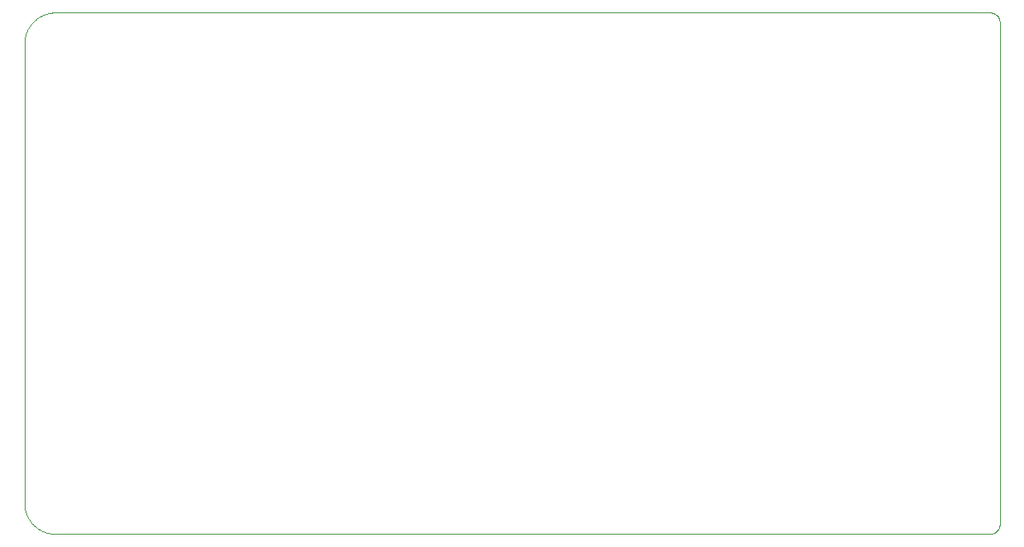
<source format=gbp>
G75*
%MOIN*%
%OFA0B0*%
%FSLAX25Y25*%
%IPPOS*%
%LPD*%
%AMOC8*
5,1,8,0,0,1.08239X$1,22.5*
%
%ADD10C,0.00000*%
D10*
X0013770Y0002234D02*
X0391014Y0002234D01*
X0391138Y0002236D01*
X0391261Y0002242D01*
X0391385Y0002251D01*
X0391507Y0002265D01*
X0391630Y0002282D01*
X0391752Y0002304D01*
X0391873Y0002329D01*
X0391993Y0002358D01*
X0392112Y0002390D01*
X0392231Y0002427D01*
X0392348Y0002467D01*
X0392463Y0002510D01*
X0392578Y0002558D01*
X0392690Y0002609D01*
X0392801Y0002663D01*
X0392911Y0002721D01*
X0393018Y0002782D01*
X0393124Y0002847D01*
X0393227Y0002915D01*
X0393328Y0002986D01*
X0393427Y0003060D01*
X0393524Y0003137D01*
X0393618Y0003218D01*
X0393709Y0003301D01*
X0393798Y0003387D01*
X0393884Y0003476D01*
X0393967Y0003567D01*
X0394048Y0003661D01*
X0394125Y0003758D01*
X0394199Y0003857D01*
X0394270Y0003958D01*
X0394338Y0004061D01*
X0394403Y0004167D01*
X0394464Y0004274D01*
X0394522Y0004384D01*
X0394576Y0004495D01*
X0394627Y0004607D01*
X0394675Y0004722D01*
X0394718Y0004837D01*
X0394758Y0004954D01*
X0394795Y0005073D01*
X0394827Y0005192D01*
X0394856Y0005312D01*
X0394881Y0005433D01*
X0394903Y0005555D01*
X0394920Y0005678D01*
X0394934Y0005800D01*
X0394943Y0005924D01*
X0394949Y0006047D01*
X0394951Y0006171D01*
X0394951Y0208927D01*
X0394949Y0209051D01*
X0394943Y0209174D01*
X0394934Y0209298D01*
X0394920Y0209420D01*
X0394903Y0209543D01*
X0394881Y0209665D01*
X0394856Y0209786D01*
X0394827Y0209906D01*
X0394795Y0210025D01*
X0394758Y0210144D01*
X0394718Y0210261D01*
X0394675Y0210376D01*
X0394627Y0210491D01*
X0394576Y0210603D01*
X0394522Y0210714D01*
X0394464Y0210824D01*
X0394403Y0210931D01*
X0394338Y0211037D01*
X0394270Y0211140D01*
X0394199Y0211241D01*
X0394125Y0211340D01*
X0394048Y0211437D01*
X0393967Y0211531D01*
X0393884Y0211622D01*
X0393798Y0211711D01*
X0393709Y0211797D01*
X0393618Y0211880D01*
X0393524Y0211961D01*
X0393427Y0212038D01*
X0393328Y0212112D01*
X0393227Y0212183D01*
X0393124Y0212251D01*
X0393018Y0212316D01*
X0392911Y0212377D01*
X0392801Y0212435D01*
X0392690Y0212489D01*
X0392578Y0212540D01*
X0392463Y0212588D01*
X0392348Y0212631D01*
X0392231Y0212671D01*
X0392112Y0212708D01*
X0391993Y0212740D01*
X0391873Y0212769D01*
X0391752Y0212794D01*
X0391630Y0212816D01*
X0391507Y0212833D01*
X0391385Y0212847D01*
X0391261Y0212856D01*
X0391138Y0212862D01*
X0391014Y0212864D01*
X0013770Y0212864D01*
X0013467Y0212860D01*
X0013165Y0212849D01*
X0012863Y0212831D01*
X0012562Y0212806D01*
X0012261Y0212773D01*
X0011961Y0212733D01*
X0011662Y0212685D01*
X0011365Y0212631D01*
X0011068Y0212569D01*
X0010774Y0212500D01*
X0010481Y0212424D01*
X0010190Y0212341D01*
X0009901Y0212251D01*
X0009615Y0212154D01*
X0009330Y0212050D01*
X0009049Y0211940D01*
X0008770Y0211822D01*
X0008494Y0211698D01*
X0008221Y0211567D01*
X0007952Y0211430D01*
X0007685Y0211286D01*
X0007423Y0211136D01*
X0007164Y0210979D01*
X0006909Y0210817D01*
X0006658Y0210648D01*
X0006411Y0210473D01*
X0006168Y0210292D01*
X0005930Y0210106D01*
X0005697Y0209913D01*
X0005468Y0209715D01*
X0005244Y0209512D01*
X0005025Y0209303D01*
X0004811Y0209089D01*
X0004602Y0208870D01*
X0004399Y0208646D01*
X0004201Y0208417D01*
X0004008Y0208184D01*
X0003822Y0207946D01*
X0003641Y0207703D01*
X0003466Y0207456D01*
X0003297Y0207205D01*
X0003135Y0206950D01*
X0002978Y0206691D01*
X0002828Y0206429D01*
X0002684Y0206162D01*
X0002547Y0205893D01*
X0002416Y0205620D01*
X0002292Y0205344D01*
X0002174Y0205065D01*
X0002064Y0204784D01*
X0001960Y0204499D01*
X0001863Y0204213D01*
X0001773Y0203924D01*
X0001690Y0203633D01*
X0001614Y0203340D01*
X0001545Y0203046D01*
X0001483Y0202749D01*
X0001429Y0202452D01*
X0001381Y0202153D01*
X0001341Y0201853D01*
X0001308Y0201552D01*
X0001283Y0201251D01*
X0001265Y0200949D01*
X0001254Y0200647D01*
X0001250Y0200344D01*
X0001250Y0014754D01*
X0001254Y0014451D01*
X0001265Y0014149D01*
X0001283Y0013847D01*
X0001308Y0013546D01*
X0001341Y0013245D01*
X0001381Y0012945D01*
X0001429Y0012646D01*
X0001483Y0012349D01*
X0001545Y0012052D01*
X0001614Y0011758D01*
X0001690Y0011465D01*
X0001773Y0011174D01*
X0001863Y0010885D01*
X0001960Y0010599D01*
X0002064Y0010314D01*
X0002174Y0010033D01*
X0002292Y0009754D01*
X0002416Y0009478D01*
X0002547Y0009205D01*
X0002684Y0008936D01*
X0002828Y0008669D01*
X0002978Y0008407D01*
X0003135Y0008148D01*
X0003297Y0007893D01*
X0003466Y0007642D01*
X0003641Y0007395D01*
X0003822Y0007152D01*
X0004008Y0006914D01*
X0004201Y0006681D01*
X0004399Y0006452D01*
X0004602Y0006228D01*
X0004811Y0006009D01*
X0005025Y0005795D01*
X0005244Y0005586D01*
X0005468Y0005383D01*
X0005697Y0005185D01*
X0005930Y0004992D01*
X0006168Y0004806D01*
X0006411Y0004625D01*
X0006658Y0004450D01*
X0006909Y0004281D01*
X0007164Y0004119D01*
X0007423Y0003962D01*
X0007685Y0003812D01*
X0007952Y0003668D01*
X0008221Y0003531D01*
X0008494Y0003400D01*
X0008770Y0003276D01*
X0009049Y0003158D01*
X0009330Y0003048D01*
X0009615Y0002944D01*
X0009901Y0002847D01*
X0010190Y0002757D01*
X0010481Y0002674D01*
X0010774Y0002598D01*
X0011068Y0002529D01*
X0011365Y0002467D01*
X0011662Y0002413D01*
X0011961Y0002365D01*
X0012261Y0002325D01*
X0012562Y0002292D01*
X0012863Y0002267D01*
X0013165Y0002249D01*
X0013467Y0002238D01*
X0013770Y0002234D01*
M02*

</source>
